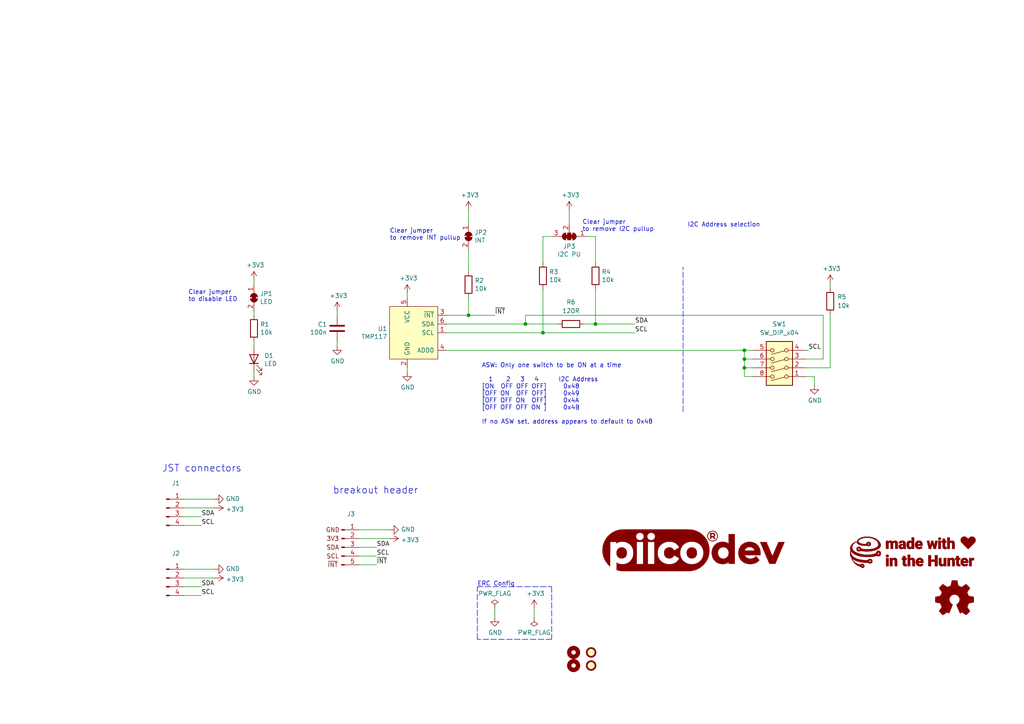
<source format=kicad_sch>
(kicad_sch (version 20211123) (generator eeschema)
  (paper "A4")
  (title_block (title "PiicoDev Precision Temperature Sensor TMP117") (date "2022-03-21") (rev "12") (comment 1 "Designed at Core Electronics by Michael Ruppe") (comment 2 "PiicoDev and the PiicoDev logo are trademarks of Core Electronics Pty Ltd.") (comment 3 "License: CCASAv4.0 http://creativecommons.org/licenses/by-sa/4.0") (comment 4 "based off: https://www.sparkfun.com/products/15805"))
  (lib_symbols
    (symbol "Connector:Conn_01x04_Male" (pin_names (offset 1.016) hide)
      (property "Reference" "J" (at 0 5.08 0))
      (property "Value" "Conn_01x04_Male" (at 0 -7.62 0))
      (symbol "Conn_01x04_Male_1_1"
        (pin passive line (at 5.08 2.54 180) (length 3.81) (name "Pin_1") (number "1"))
        (pin passive line (at 5.08 0 180) (length 3.81) (name "Pin_2") (number "2"))
        (pin passive line (at 5.08 -2.54 180) (length 3.81) (name "Pin_3") (number "3"))
        (pin passive line (at 5.08 -5.08 180) (length 3.81) (name "Pin_4") (number "4"))
      )
    )
    (symbol "CoreElectronics_Artwork:LOGO_CoreElectronics_no-text" (pin_names (offset 1.016)))
    (symbol "CoreElectronics_Artwork:LOGO_PiicoDev" (pin_names (offset 1.016)))
    (symbol "CoreElectronics_Artwork:LOGO_made-with-love" (pin_names (offset 1.016)))
    (symbol "CoreElectronics_Components:Conn_PiicoDev_header_01x05_Male_INT" (pin_names (offset 1.016) hide)
      (property "Reference" "J" (at 0 7.62 0))
      (property "Value" "Conn_PiicoDev_header_01x05_Male_INT" (at 0 -7.62 0))
      (symbol "Conn_PiicoDev_header_01x05_Male_INT_0_0"
        (text "3V3" (at -2.54 2.54 0) (effects (font (size 1.27 1.27))))
        (text "GND" (at -2.54 5.08 0) (effects (font (size 1.27 1.27))))
        (text "SCL" (at -2.54 -2.54 0) (effects (font (size 1.27 1.27))))
        (text "SDA" (at -2.54 0 0) (effects (font (size 1.27 1.27))))
        (text "~{INT}" (at -2.54 -5.08 0) (effects (font (size 1.27 1.27))))
      )
      (symbol "Conn_PiicoDev_header_01x05_Male_INT_1_1"
        (pin passive line (at 5.08 5.08 180) (length 3.81) (name "Pin_1") (number "1"))
        (pin passive line (at 5.08 2.54 180) (length 3.81) (name "Pin_2") (number "2"))
        (pin passive line (at 5.08 0 180) (length 3.81) (name "Pin_3") (number "3"))
        (pin passive line (at 5.08 -2.54 180) (length 3.81) (name "Pin_4") (number "4"))
        (pin passive line (at 5.08 -5.08 180) (length 3.81) (name "Pin_5") (number "5"))
      )
    )
    (symbol "CoreElectronics_Components:TMP117" (pin_names (offset 1.016))
      (property "Reference" "U" (at -6.35 8.89 0))
      (property "Value" "TMP117" (at 7.62 -8.89 0))
      (symbol "TMP117_1_1"
        (pin bidirectional line (at 11.43 0 180) (length 2.54) (name "SCL") (number "1"))
        (pin power_in line (at 0 -10.16 90) (length 2.54) (name "GND") (number "2"))
        (pin output line (at 11.43 5.08 180) (length 2.54) (name "~{INT}") (number "3"))
        (pin input line (at 11.43 -5.08 180) (length 2.54) (name "ADD0") (number "4"))
        (pin power_in line (at 0 10.16 270) (length 2.54) (name "VCC") (number "5"))
        (pin bidirectional line (at 11.43 2.54 180) (length 2.54) (name "SDA") (number "6"))
      )
    )
    (symbol "Device:C" (pin_numbers hide) (pin_names (offset 0.254))
      (property "Reference" "C" (at 0.635 2.54 0))
      (property "Value" "C" (at 0.635 -2.54 0))
      (symbol "C_1_1"
        (pin passive line (at 0 3.81 270) (length 2.794) (name "~") (number "1"))
        (pin passive line (at 0 -3.81 90) (length 2.794) (name "~") (number "2"))
      )
    )
    (symbol "Device:LED" (pin_numbers hide) (pin_names (offset 1.016) hide)
      (property "Reference" "D" (at 0 2.54 0))
      (property "Value" "LED" (at 0 -2.54 0))
      (symbol "LED_1_1"
        (pin passive line (at -3.81 0 0) (length 2.54) (name "K") (number "1"))
        (pin passive line (at 3.81 0 180) (length 2.54) (name "A") (number "2"))
      )
    )
    (symbol "Device:R" (pin_numbers hide) (pin_names (offset 0))
      (property "Reference" "R" (at 2.032 0 90))
      (property "Value" "R" (at 0 0 90))
      (symbol "R_1_1"
        (pin passive line (at 0 3.81 270) (length 1.27) (name "~") (number "1"))
        (pin passive line (at 0 -3.81 90) (length 1.27) (name "~") (number "2"))
      )
    )
    (symbol "Graphic:Logo_Open_Hardware_Small" (pin_names (offset 1.016)))
    (symbol "Jumper:SolderJumper_2_Bridged" (pin_names (offset 0) hide)
      (property "Reference" "JP" (at 0 2.032 0))
      (property "Value" "SolderJumper_2_Bridged" (at 0 -2.54 0))
      (symbol "SolderJumper_2_Bridged_1_1"
        (pin passive line (at -3.81 0 0) (length 2.54) (name "A") (number "1"))
        (pin passive line (at 3.81 0 180) (length 2.54) (name "B") (number "2"))
      )
    )
    (symbol "Jumper:SolderJumper_3_Bridged123" (pin_names (offset 0) hide)
      (property "Reference" "JP" (at -2.54 -2.54 0))
      (property "Value" "SolderJumper_3_Bridged123" (at 0 2.794 0))
      (symbol "SolderJumper_3_Bridged123_1_1"
        (pin passive line (at -5.08 0 0) (length 2.54) (name "A") (number "1"))
        (pin passive line (at 0 -3.81 90) (length 2.54) (name "C") (number "2"))
        (pin passive line (at 5.08 0 180) (length 2.54) (name "B") (number "3"))
      )
    )
    (symbol "Mechanical:Fiducial"
      (property "Reference" "FID" (at 0 5.08 0))
      (property "Value" "Fiducial" (at 0 3.175 0))
    )
    (symbol "Mechanical:MountingHole" (pin_names (offset 1.016))
      (property "Reference" "H" (at 0 5.08 0))
      (property "Value" "MountingHole" (at 0 3.175 0))
    )
    (symbol "Switch:SW_DIP_x04" (pin_names (offset 0) hide)
      (property "Reference" "SW" (at 0 8.89 0))
      (property "Value" "SW_DIP_x04" (at 0 -6.35 0))
      (symbol "SW_DIP_x04_1_1"
        (pin passive line (at -7.62 5.08 0) (length 5.08) (name "~") (number "1"))
        (pin passive line (at -7.62 2.54 0) (length 5.08) (name "~") (number "2"))
        (pin passive line (at -7.62 0 0) (length 5.08) (name "~") (number "3"))
        (pin passive line (at -7.62 -2.54 0) (length 5.08) (name "~") (number "4"))
        (pin passive line (at 7.62 -2.54 180) (length 5.08) (name "~") (number "5"))
        (pin passive line (at 7.62 0 180) (length 5.08) (name "~") (number "6"))
        (pin passive line (at 7.62 2.54 180) (length 5.08) (name "~") (number "7"))
        (pin passive line (at 7.62 5.08 180) (length 5.08) (name "~") (number "8"))
      )
    )
    (symbol "power:+3V3" (power) (pin_names (offset 0))
      (property "Value" "+3V3" (at 0 3.556 0))
      (symbol "+3V3_1_1"
        (pin power_in line (at 0 0 90) (length 0) hide (name "+3V3") (number "1"))
      )
    )
    (symbol "power:GND" (power) (pin_names (offset 0))
      (property "Value" "GND" (at 0 -3.81 0))
      (symbol "GND_1_1"
        (pin power_in line (at 0 0 270) (length 0) hide (name "GND") (number "1"))
      )
    )
    (symbol "power:PWR_FLAG" (power) (pin_numbers hide) (pin_names (offset 0) hide)
      (property "Value" "PWR_FLAG" (at 0 3.81 0))
      (symbol "PWR_FLAG_0_0"
        (pin power_out line (at 0 0 90) (length 0) (name "pwr") (number "1"))
      )
    )
  )
  (junction (at 152.4 93.98))
  (junction (at 157.48 96.52))
  (junction (at 215.9 106.68))
  (junction (at 172.72 93.98))
  (junction (at 135.89 91.44))
  (junction (at 215.9 104.14))
  (junction (at 215.9 101.6))
  (wire (pts (xy 157.48 96.52) (xy 184.15 96.52)))
  (wire (pts (xy 73.66 109.22) (xy 73.66 107.95)))
  (wire (pts (xy 233.68 101.6) (xy 234.442 101.6)))
  (wire (pts (xy 135.89 91.44) (xy 129.54 91.44)))
  (wire (pts (xy 215.9 101.6) (xy 218.44 101.6)))
  (polyline (pts (xy 160.02 185.42) (xy 138.43 185.42)))
  (wire (pts (xy 109.22 163.83) (xy 104.14 163.83)))
  (wire (pts (xy 240.792 82.296) (xy 240.792 83.566)))
  (wire (pts (xy 143.51 91.44) (xy 135.89 91.44)))
  (wire (pts (xy 238.76 91.44) (xy 238.76 104.14)))
  (wire (pts (xy 58.42 149.86) (xy 53.34 149.86)))
  (wire (pts (xy 215.9 109.22) (xy 215.9 106.68)))
  (wire (pts (xy 236.22 109.22) (xy 236.22 111.76)))
  (wire (pts (xy 218.44 106.68) (xy 215.9 106.68)))
  (wire (pts (xy 73.66 91.44) (xy 73.66 90.17)))
  (wire (pts (xy 218.44 104.14) (xy 215.9 104.14)))
  (wire (pts (xy 135.89 91.44) (xy 135.89 86.36)))
  (wire (pts (xy 135.89 78.74) (xy 135.89 72.39)))
  (wire (pts (xy 53.34 167.64) (xy 62.23 167.64)))
  (wire (pts (xy 73.66 100.33) (xy 73.66 99.06)))
  (wire (pts (xy 165.1 60.96) (xy 165.1 64.77)))
  (wire (pts (xy 104.14 156.21) (xy 113.03 156.21)))
  (wire (pts (xy 129.54 93.98) (xy 152.4 93.98)))
  (wire (pts (xy 238.76 91.44) (xy 152.4 91.44)))
  (wire (pts (xy 157.48 76.2) (xy 157.48 68.58)))
  (wire (pts (xy 118.11 86.36) (xy 118.11 85.09)))
  (wire (pts (xy 129.54 96.52) (xy 157.48 96.52)))
  (wire (pts (xy 135.89 64.77) (xy 135.89 60.96)))
  (wire (pts (xy 73.66 82.55) (xy 73.66 81.28)))
  (wire (pts (xy 233.68 104.14) (xy 238.76 104.14)))
  (wire (pts (xy 172.72 93.98) (xy 184.15 93.98)))
  (wire (pts (xy 169.418 93.98) (xy 172.72 93.98)))
  (wire (pts (xy 53.34 147.32) (xy 62.23 147.32)))
  (wire (pts (xy 215.9 106.68) (xy 215.9 104.14)))
  (wire (pts (xy 157.48 68.58) (xy 160.02 68.58)))
  (wire (pts (xy 58.42 152.4) (xy 53.34 152.4)))
  (wire (pts (xy 233.68 106.68) (xy 240.792 106.68)))
  (polyline (pts (xy 198.12 119.38) (xy 198.12 77.47)))
  (wire (pts (xy 218.44 109.22) (xy 215.9 109.22)))
  (polyline (pts (xy 138.43 185.42) (xy 138.43 170.18)))
  (wire (pts (xy 172.72 83.82) (xy 172.72 93.98)))
  (wire (pts (xy 109.22 161.29) (xy 104.14 161.29)))
  (wire (pts (xy 233.68 109.22) (xy 236.22 109.22)))
  (wire (pts (xy 58.42 170.18) (xy 53.34 170.18)))
  (polyline (pts (xy 160.02 170.18) (xy 160.02 185.42)))
  (wire (pts (xy 172.72 68.58) (xy 170.18 68.58)))
  (wire (pts (xy 172.72 76.2) (xy 172.72 68.58)))
  (wire (pts (xy 157.48 83.82) (xy 157.48 96.52)))
  (wire (pts (xy 109.22 158.75) (xy 104.14 158.75)))
  (polyline (pts (xy 138.43 170.18) (xy 160.02 170.18)))
  (wire (pts (xy 215.9 104.14) (xy 215.9 101.6)))
  (wire (pts (xy 113.03 153.67) (xy 104.14 153.67)))
  (wire (pts (xy 62.23 165.1) (xy 53.34 165.1)))
  (wire (pts (xy 129.54 101.6) (xy 215.9 101.6)))
  (wire (pts (xy 97.79 90.17) (xy 97.79 91.44)))
  (wire (pts (xy 154.94 176.53) (xy 154.94 179.07)))
  (wire (pts (xy 152.4 91.44) (xy 152.4 93.98)))
  (wire (pts (xy 118.11 107.95) (xy 118.11 106.68)))
  (wire (pts (xy 97.79 100.33) (xy 97.79 99.06)))
  (wire (pts (xy 240.792 91.186) (xy 240.792 106.68)))
  (wire (pts (xy 143.51 176.53) (xy 143.51 179.07)))
  (wire (pts (xy 58.42 172.72) (xy 53.34 172.72)))
  (wire (pts (xy 152.4 93.98) (xy 161.798 93.98)))
  (wire (pts (xy 62.23 144.78) (xy 53.34 144.78)))
  (text "JST connectors" (at 46.99 137.16 0) (effects (font (size 2.0066 2.0066)) (justify left bottom)))
  (text "Clear jumper \nto remove I2C pullup" (at 168.91 67.31 0) (effects (font (size 1.27 1.27)) (justify left bottom)))
  (text "ASW: Only one switch to be ON at a time\n\n  1    2   3   4      I2C Address\n[ON  OFF OFF OFF]     0x48\n[OFF ON  OFF OFF]     0x49\n[OFF OFF ON  OFF]     0x4A\n[OFF OFF OFF ON ]     0x4B\n\nIf no ASW set, address appears to default to 0x48" (at 139.7 123.19 0) (effects (font (size 1.27 1.27)) (justify left bottom)))
  (text "breakout header" (at 96.52 143.51 0) (effects (font (size 2.0066 2.0066)) (justify left bottom)))
  (text "ERC Config" (at 138.43 170.18 0) (effects (font (size 1.27 1.27)) (justify left bottom)))
  (text "I2C Address selection" (at 199.39 66.04 0) (effects (font (size 1.27 1.27)) (justify left bottom)))
  (text "Clear jumper \nto remove INT pullup" (at 113.03 69.85 0) (effects (font (size 1.27 1.27)) (justify left bottom)))
  (text "Clear jumper \nto disable LED" (at 54.61 87.63 0) (effects (font (size 1.27 1.27)) (justify left bottom)))
  (label "SCL" (at 184.15 96.52 0))
  (label "SDA" (at 109.22 158.75 0))
  (label "SDA" (at 58.42 149.86 0))
  (label "SCL" (at 109.22 161.29 0))
  (label "~{INT}" (at 143.51 91.44 0))
  (label "SDA" (at 184.15 93.98 0))
  (label "~{INT}" (at 109.22 163.83 0))
  (label "SCL" (at 58.42 172.72 0))
  (label "SCL" (at 234.442 101.6 0))
  (label "SDA" (at 58.42 170.18 0))
  (label "SCL" (at 58.42 152.4 0))
  (symbol (lib_id "CoreElectronics_Components:TMP117") (at 118.11 96.52 0) (unit 1)
    (property "Reference" "U1" (at 112.3188 95.3516 0) (effects (justify right)))
    (property "Value" "TMP117" (at 112.3188 97.663 0) (effects (justify right)))
    (property "Footprint" "Package_SON:WSON-6-1EP_2x2mm_P0.65mm_EP1x1.6mm" (effects hide))
    (property "Datasheet" "https://www.ti.com/lit/ds/symlink/tmp117.pdf?HQS=TI-null-null-mousermode-df-pf-null-wwe&DCM=yes&ref_url=https%3A%2F%2Fau.mouser.com%2F&distId=26" (effects hide))
  )
  (symbol (lib_id "Device:R") (at 135.89 82.55 0) (unit 1)
    (property "Reference" "R2" (at 137.668 81.3816 0) (effects (justify left)))
    (property "Value" "10k" (at 137.668 83.693 0) (effects (justify left)))
    (property "Footprint" "Resistor_SMD:R_0402_1005Metric" (effects hide))
  )
  (symbol (lib_id "Device:R") (at 157.48 80.01 0) (unit 1)
    (property "Reference" "R3" (at 159.258 78.8416 0) (effects (justify left)))
    (property "Value" "10k" (at 159.258 81.153 0) (effects (justify left)))
    (property "Footprint" "Resistor_SMD:R_0402_1005Metric" (effects hide))
  )
  (symbol (lib_id "Device:R") (at 172.72 80.01 0) (unit 1)
    (property "Reference" "R4" (at 174.498 78.8416 0) (effects (justify left)))
    (property "Value" "10k" (at 174.498 81.153 0) (effects (justify left)))
    (property "Footprint" "Resistor_SMD:R_0402_1005Metric" (effects hide))
  )
  (symbol (lib_id "Jumper:SolderJumper_3_Bridged123") (at 165.1 68.58 180) (unit 1)
    (property "Reference" "JP3" (at 165.1 71.4502 0))
    (property "Value" "I2C PU" (at 165.1 73.7616 0))
    (property "Footprint" "CoreElectronics_Components:SolderJumper-3_P1.3mm_Closed_RoundedPad1.0x1.5mm_NumberLabels" (effects hide))
  )
  (symbol (lib_id "power:+3V3") (at 165.1 60.96 0) (unit 1)
    (property "Reference" "#PWR0101" (effects hide))
    (property "Value" "+3V3" (at 165.481 56.5658 0))
  )
  (symbol (lib_id "Jumper:SolderJumper_2_Bridged") (at 135.89 68.58 270) (unit 1)
    (property "Reference" "JP2" (at 137.6172 67.4116 90) (effects (justify left)))
    (property "Value" "INT" (at 137.6172 69.723 90) (effects (justify left)))
    (property "Footprint" "CoreElectronics_Components:SolderJumper-2_P1.3mm_Bridged_RoundedPad1.0x1.5mm" (effects hide))
  )
  (symbol (lib_id "power:+3V3") (at 135.89 60.96 0) (unit 1)
    (property "Reference" "#PWR0102" (effects hide))
    (property "Value" "+3V3" (at 136.271 56.5658 0))
  )
  (symbol (lib_id "power:GND") (at 118.11 107.95 0) (unit 1)
    (property "Reference" "#PWR0103" (effects hide))
    (property "Value" "GND" (at 118.237 112.3442 0))
  )
  (symbol (lib_id "power:+3V3") (at 118.11 85.09 0) (unit 1)
    (property "Reference" "#PWR0104" (effects hide))
    (property "Value" "+3V3" (at 118.491 80.6958 0))
  )
  (symbol (lib_id "Device:LED") (at 73.66 104.14 90) (unit 1)
    (property "Reference" "D1" (at 76.6572 103.1494 90) (effects (justify right)))
    (property "Value" "LED" (at 76.6572 105.4608 90) (effects (justify right)))
    (property "Footprint" "LED_SMD:LED_0603_1608Metric" (effects hide))
  )
  (symbol (lib_id "power:GND") (at 73.66 109.22 0) (unit 1)
    (property "Reference" "#PWR0105" (effects hide))
    (property "Value" "GND" (at 73.787 113.6142 0))
  )
  (symbol (lib_id "power:+3V3") (at 73.66 81.28 0) (unit 1)
    (property "Reference" "#PWR0106" (effects hide))
    (property "Value" "+3V3" (at 74.041 76.8858 0))
  )
  (symbol (lib_id "Jumper:SolderJumper_2_Bridged") (at 73.66 86.36 270) (unit 1)
    (property "Reference" "JP1" (at 75.3872 85.1916 90) (effects (justify left)))
    (property "Value" "LED" (at 75.3872 87.503 90) (effects (justify left)))
    (property "Footprint" "CoreElectronics_Components:SolderJumper-2_P1.3mm_Bridged_RoundedPad1.0x1.5mm" (effects hide))
  )
  (symbol (lib_id "Device:R") (at 73.66 95.25 0) (unit 1)
    (property "Reference" "R1" (at 75.438 94.0816 0) (effects (justify left)))
    (property "Value" "10k" (at 75.438 96.393 0) (effects (justify left)))
    (property "Footprint" "Resistor_SMD:R_0402_1005Metric" (effects hide))
  )
  (symbol (lib_id "power:+3V3") (at 240.792 82.296 0) (unit 1)
    (property "Reference" "#PWR0107" (effects hide))
    (property "Value" "+3V3" (at 241.173 77.9018 0))
  )
  (symbol (lib_id "Device:C") (at 97.79 95.25 0) (mirror x) (unit 1)
    (property "Reference" "C1" (at 94.869 94.0816 0) (effects (justify right)))
    (property "Value" "100n" (at 94.869 96.393 0) (effects (justify right)))
    (property "Footprint" "Capacitor_SMD:C_0402_1005Metric" (effects hide))
  )
  (symbol (lib_id "power:GND") (at 97.79 100.33 0) (unit 1)
    (property "Reference" "#PWR0108" (effects hide))
    (property "Value" "GND" (at 97.917 104.7242 0))
  )
  (symbol (lib_id "power:+3V3") (at 97.79 90.17 0) (unit 1)
    (property "Reference" "#PWR0109" (effects hide))
    (property "Value" "+3V3" (at 98.171 85.7758 0))
  )
  (symbol (lib_id "Connector:Conn_01x04_Male") (at 48.26 147.32 0) (unit 1)
    (property "Reference" "J1" (at 51.0032 140.1826 0))
    (property "Value" " " (at 51.0032 142.494 0))
    (property "Footprint" "Connector_JST:JST_SH_SM04B-SRSS-TB_1x04-1MP_P1.00mm_Horizontal" (effects hide))
  )
  (symbol (lib_id "power:+3V3") (at 62.23 147.32 270) (unit 1)
    (property "Reference" "#PWR0110" (effects hide))
    (property "Value" "+3V3" (at 65.4812 147.701 90) (effects (justify left)))
  )
  (symbol (lib_id "power:GND") (at 62.23 144.78 90) (unit 1)
    (property "Reference" "#PWR0111" (effects hide))
    (property "Value" "GND" (at 65.4812 144.653 90) (effects (justify right)))
  )
  (symbol (lib_id "Connector:Conn_01x04_Male") (at 48.26 167.64 0) (unit 1)
    (property "Reference" "J2" (at 51.0032 160.5026 0))
    (property "Value" " " (at 51.0032 162.814 0))
    (property "Footprint" "Connector_JST:JST_SH_SM04B-SRSS-TB_1x04-1MP_P1.00mm_Horizontal" (effects hide))
  )
  (symbol (lib_id "power:+3V3") (at 62.23 167.64 270) (unit 1)
    (property "Reference" "#PWR0112" (effects hide))
    (property "Value" "+3V3" (at 65.4812 168.021 90) (effects (justify left)))
  )
  (symbol (lib_id "power:GND") (at 62.23 165.1 90) (unit 1)
    (property "Reference" "#PWR0113" (effects hide))
    (property "Value" "GND" (at 65.4812 164.973 90) (effects (justify right)))
  )
  (symbol (lib_id "CoreElectronics_Components:Conn_PiicoDev_header_01x05_Male_INT") (at 99.06 158.75 0) (unit 1)
    (property "Reference" "J3" (at 101.8032 149.0726 0))
    (property "Value" " " (at 101.8032 151.384 0))
    (property "Footprint" "CoreElectronics_Components:PiicoDev_header_5pin_INT" (effects hide))
  )
  (symbol (lib_id "power:+3V3") (at 113.03 156.21 270) (unit 1)
    (property "Reference" "#PWR0114" (effects hide))
    (property "Value" "+3V3" (at 116.2812 156.591 90) (effects (justify left)))
  )
  (symbol (lib_id "power:GND") (at 113.03 153.67 90) (unit 1)
    (property "Reference" "#PWR0115" (effects hide))
    (property "Value" "GND" (at 116.2812 153.543 90) (effects (justify right)))
  )
  (symbol (lib_id "Mechanical:MountingHole") (at 166.37 193.04 0) (unit 1)
    (property "Reference" "H4" (effects hide))
    (property "Value" "MountingHole" (effects hide))
    (property "Footprint" "MountingHole:MountingHole_2.7mm_M2.5" (effects hide))
  )
  (symbol (lib_id "Mechanical:MountingHole") (at 166.37 189.23 0) (unit 1)
    (property "Reference" "H1" (effects hide))
    (property "Value" "MountingHole" (effects hide))
    (property "Footprint" "MountingHole:MountingHole_2.7mm_M2.5" (effects hide))
  )
  (symbol (lib_id "Mechanical:Fiducial") (at 171.45 193.04 0) (unit 1)
    (property "Reference" "FID2" (effects hide))
    (property "Value" "Fiducial" (effects hide))
    (property "Footprint" "Fiducial:Fiducial_1mm_Mask2mm" (effects hide))
  )
  (symbol (lib_id "Mechanical:Fiducial") (at 171.45 189.23 0) (unit 1)
    (property "Reference" "FID1" (effects hide))
    (property "Value" "Fiducial" (effects hide))
    (property "Footprint" "Fiducial:Fiducial_1mm_Mask2mm" (effects hide))
  )
  (symbol (lib_id "CoreElectronics_Artwork:LOGO_PiicoDev") (at 203.2 160.02 0) (unit 1)
    (property "Reference" "G2" (effects hide))
    (property "Value" "LOGO_piico" (effects hide))
    (property "Footprint" "CoreElectronics_Artwork:piicodev_logo_14.2x3.4mm" (effects hide))
  )
  (symbol (lib_id "Graphic:Logo_Open_Hardware_Small") (at 276.86 173.99 0) (unit 1)
    (property "Reference" "LOGO1" (effects hide))
    (property "Value" "Logo_Open_Hardware_Small" (effects hide))
    (property "Footprint" "CoreElectronics_Logos:oshw" (effects hide))
  )
  (symbol (lib_id "CoreElectronics_Artwork:LOGO_made-with-love") (at 269.24 160.02 0) (unit 1)
    (property "Reference" "G3" (effects hide))
    (property "Value" "LOGO_made-with-love" (effects hide))
    (property "Footprint" "CoreElectronics_Artwork:piicodev_logo_14.2x3.4mm" (effects hide))
  )
  (symbol (lib_id "CoreElectronics_Artwork:LOGO_CoreElectronics_no-text") (at 251.46 160.02 0) (unit 1)
    (property "Reference" "G1" (effects hide))
    (property "Value" "LOGO_CoreElectronics_no-text" (effects hide))
    (property "Footprint" "CoreElectronics_Artwork:CoreElectronics_logo_5mm" (effects hide))
  )
  (symbol (lib_id "power:GND") (at 236.22 111.76 0) (unit 1)
    (property "Reference" "#PWR0116" (effects hide))
    (property "Value" "GND" (at 236.347 116.1542 0))
  )
  (symbol (lib_id "power:PWR_FLAG") (at 143.51 176.53 0) (unit 1)
    (property "Reference" "#FLG0101" (effects hide))
    (property "Value" "PWR_FLAG" (at 143.51 172.1358 0))
  )
  (symbol (lib_id "power:GND") (at 143.51 179.07 0) (unit 1)
    (property "Reference" "#PWR0118" (effects hide))
    (property "Value" "GND" (at 143.637 183.4642 0))
  )
  (symbol (lib_id "power:PWR_FLAG") (at 154.94 179.07 180) (unit 1)
    (property "Reference" "#FLG0102" (effects hide))
    (property "Value" "PWR_FLAG" (at 154.94 183.4642 0))
  )
  (symbol (lib_id "power:+3V3") (at 154.94 176.53 0) (unit 1)
    (property "Reference" "#PWR0119" (effects hide))
    (property "Value" "+3V3" (at 155.321 172.1358 0))
  )
  (symbol (lib_id "Switch:SW_DIP_x04") (at 226.06 104.14 180) (unit 1)
    (property "Reference" "SW1" (at 226.06 93.98 0))
    (property "Value" "SW_DIP_x04" (at 226.06 96.52 0))
    (property "Footprint" "CoreElectronics_Components:SW_DIP_x04_Slide_CHS-04A1" (effects hide))
  )
  (symbol (lib_id "Device:R") (at 165.608 93.98 90) (unit 1)
    (property "Reference" "R6" (at 165.608 87.63 90))
    (property "Value" "120R" (at 165.608 90.17 90))
    (property "Footprint" "Resistor_SMD:R_0402_1005Metric" (effects hide))
  )
  (symbol (lib_id "Device:R") (at 240.792 87.376 0) (unit 1)
    (property "Reference" "R5" (at 242.824 86.1059 0) (effects (justify left)))
    (property "Value" "10k" (at 242.824 88.6459 0) (effects (justify left)))
    (property "Footprint" "Resistor_SMD:R_0402_1005Metric" (effects hide))
  )
)
</source>
